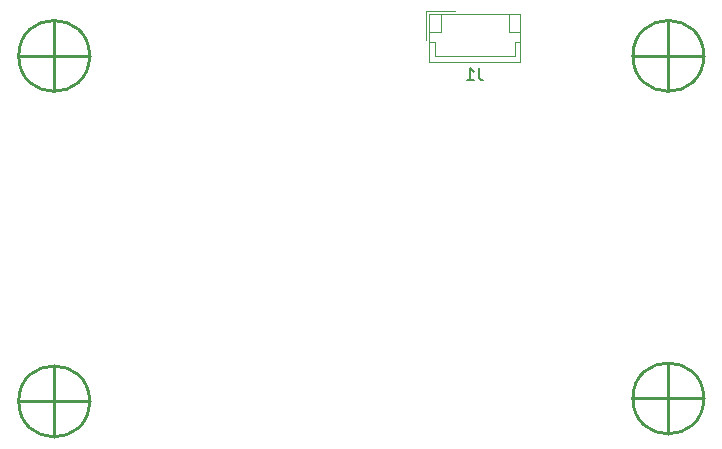
<source format=gbr>
G04 #@! TF.GenerationSoftware,KiCad,Pcbnew,(5.1.4)-1*
G04 #@! TF.CreationDate,2021-02-09T20:39:42-03:00*
G04 #@! TF.ProjectId,Eucalyptus,45756361-6c79-4707-9475-732e6b696361,rev?*
G04 #@! TF.SameCoordinates,Original*
G04 #@! TF.FileFunction,Legend,Bot*
G04 #@! TF.FilePolarity,Positive*
%FSLAX46Y46*%
G04 Gerber Fmt 4.6, Leading zero omitted, Abs format (unit mm)*
G04 Created by KiCad (PCBNEW (5.1.4)-1) date 2021-02-09 20:39:42*
%MOMM*%
%LPD*%
G04 APERTURE LIST*
%ADD10C,0.254000*%
%ADD11C,0.120000*%
%ADD12C,0.150000*%
G04 APERTURE END LIST*
D10*
X146000000Y-125000000D02*
X146000000Y-131000000D01*
X143000000Y-128000000D02*
X149000000Y-128000000D01*
X149000000Y-128000000D02*
G75*
G03X149000000Y-128000000I-3000000J0D01*
G01*
X149000000Y-99000000D02*
G75*
G03X149000000Y-99000000I-3000000J0D01*
G01*
X143000000Y-99000000D02*
X149000000Y-99000000D01*
X146000000Y-96000000D02*
X146000000Y-102000000D01*
X94000000Y-125250000D02*
X94000000Y-131250000D01*
X91000000Y-128250000D02*
X97000000Y-128250000D01*
X97000000Y-128250000D02*
G75*
G03X97000000Y-128250000I-3000000J0D01*
G01*
X97000000Y-99000000D02*
G75*
G03X97000000Y-99000000I-3000000J0D01*
G01*
X91000000Y-99000000D02*
X97000000Y-99000000D01*
X94000000Y-96000000D02*
X94000000Y-102000000D01*
D11*
X125465000Y-95190000D02*
X127965000Y-95190000D01*
X125465000Y-97690000D02*
X125465000Y-95190000D01*
X132485000Y-96990000D02*
X132485000Y-95490000D01*
X133485000Y-96990000D02*
X132485000Y-96990000D01*
X126765000Y-96990000D02*
X126765000Y-95490000D01*
X125765000Y-96990000D02*
X126765000Y-96990000D01*
X132985000Y-97800000D02*
X133485000Y-97800000D01*
X132985000Y-99010000D02*
X132985000Y-97800000D01*
X126265000Y-99010000D02*
X132985000Y-99010000D01*
X126265000Y-97800000D02*
X126265000Y-99010000D01*
X125765000Y-97800000D02*
X126265000Y-97800000D01*
X133485000Y-99510000D02*
X125765000Y-99510000D01*
X133485000Y-95490000D02*
X133485000Y-99510000D01*
X125765000Y-95490000D02*
X133485000Y-95490000D01*
X125765000Y-99510000D02*
X125765000Y-95490000D01*
D12*
X129958333Y-100052380D02*
X129958333Y-100766666D01*
X130005952Y-100909523D01*
X130101190Y-101004761D01*
X130244047Y-101052380D01*
X130339285Y-101052380D01*
X128958333Y-101052380D02*
X129529761Y-101052380D01*
X129244047Y-101052380D02*
X129244047Y-100052380D01*
X129339285Y-100195238D01*
X129434523Y-100290476D01*
X129529761Y-100338095D01*
M02*

</source>
